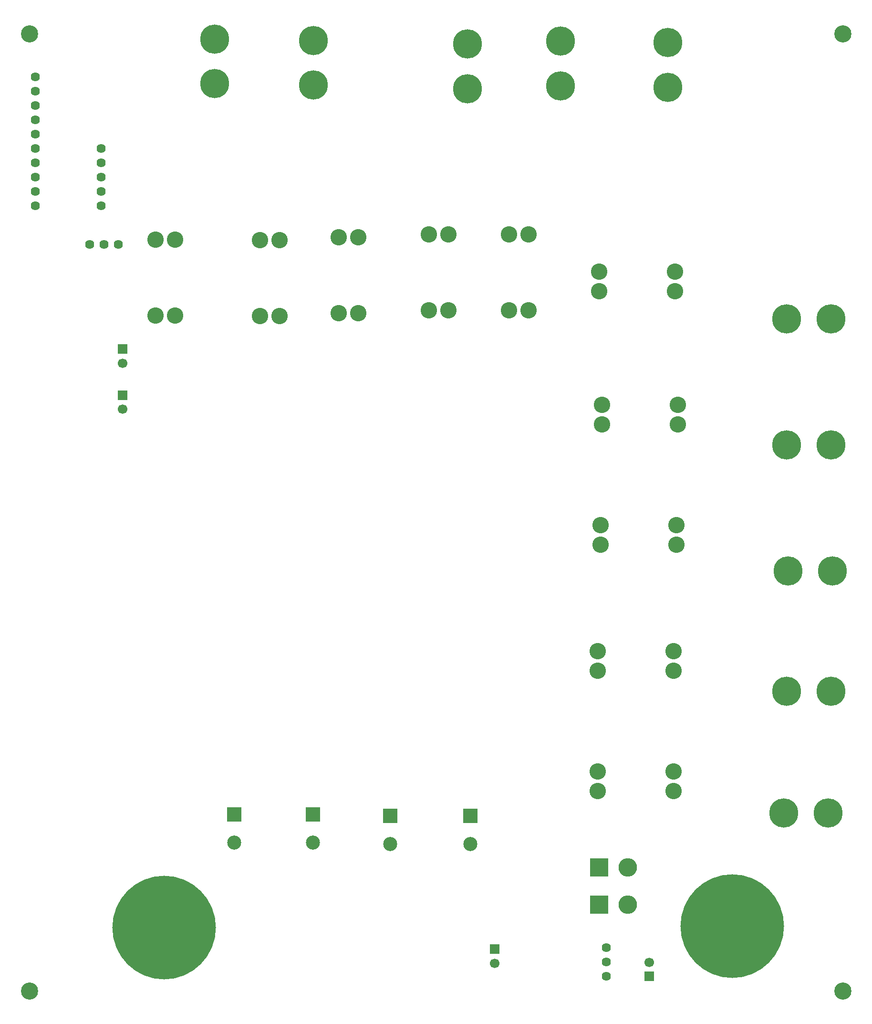
<source format=gbr>
%TF.GenerationSoftware,KiCad,Pcbnew,(5.1.6)-1*%
%TF.CreationDate,2020-12-14T15:31:43-06:00*%
%TF.ProjectId,PackVoltage_2021_Rev1,5061636b-566f-46c7-9461-67655f323032,rev?*%
%TF.SameCoordinates,Original*%
%TF.FileFunction,Soldermask,Bot*%
%TF.FilePolarity,Negative*%
%FSLAX46Y46*%
G04 Gerber Fmt 4.6, Leading zero omitted, Abs format (unit mm)*
G04 Created by KiCad (PCBNEW (5.1.6)-1) date 2020-12-14 15:31:43*
%MOMM*%
%LPD*%
G01*
G04 APERTURE LIST*
%ADD10C,3.046400*%
%ADD11C,1.624000*%
%ADD12O,3.300000X3.300000*%
%ADD13R,3.300000X3.300000*%
%ADD14C,2.500000*%
%ADD15R,2.500000X2.500000*%
%ADD16C,1.700000*%
%ADD17R,1.700000X1.700000*%
%ADD18C,5.180000*%
%ADD19C,2.919400*%
%ADD20C,18.388000*%
G04 APERTURE END LIST*
D10*
%TO.C,REF\u002A\u002A*%
X80208120Y-173791880D03*
%TD*%
%TO.C,REF\u002A\u002A*%
X224591880Y-173791880D03*
%TD*%
%TO.C,REF\u002A\u002A*%
X224591880Y-4008120D03*
%TD*%
%TO.C,REF\u002A\u002A*%
X80208120Y-4008120D03*
%TD*%
D11*
%TO.C,Conn6*%
X92964000Y-24384000D03*
X92964000Y-26924000D03*
X92964000Y-29464000D03*
X92964000Y-32004000D03*
X92964000Y-34544000D03*
%TD*%
%TO.C,Conn5*%
X81280000Y-11684000D03*
X81280000Y-14224000D03*
X81280000Y-16764000D03*
X81280000Y-19304000D03*
X81280000Y-21844000D03*
X81280000Y-24384000D03*
X81280000Y-26924000D03*
X81280000Y-29464000D03*
X81280000Y-32004000D03*
X81280000Y-34544000D03*
%TD*%
D12*
%TO.C,D2*%
X186436000Y-151892000D03*
D13*
X181356000Y-151892000D03*
%TD*%
D12*
%TO.C,D1*%
X186436000Y-158496000D03*
D13*
X181356000Y-158496000D03*
%TD*%
D14*
%TO.C,C1*%
X130556000Y-147494000D03*
D15*
X130556000Y-142494000D03*
%TD*%
%TO.C,C2*%
X158496000Y-142748000D03*
D14*
X158496000Y-147748000D03*
%TD*%
%TO.C,C3*%
X116586000Y-147494000D03*
D15*
X116586000Y-142494000D03*
%TD*%
%TO.C,C4*%
X144272000Y-142748000D03*
D14*
X144272000Y-147748000D03*
%TD*%
D16*
%TO.C,C16*%
X162814000Y-168870000D03*
D17*
X162814000Y-166370000D03*
%TD*%
%TO.C,C17*%
X96774000Y-68126242D03*
D16*
X96774000Y-70626242D03*
%TD*%
D17*
%TO.C,C31*%
X96774000Y-59944000D03*
D16*
X96774000Y-62444000D03*
%TD*%
%TO.C,C32*%
X190246000Y-168696000D03*
D17*
X190246000Y-171196000D03*
%TD*%
D18*
%TO.C,Conn1*%
X113131000Y-4966000D03*
X113131000Y-12866000D03*
%TD*%
%TO.C,Conn2*%
X221983000Y-142214000D03*
X214083000Y-142214000D03*
%TD*%
%TO.C,Conn3*%
X130657000Y-13120000D03*
X130657000Y-5220000D03*
%TD*%
%TO.C,Conn4*%
X214591000Y-120624000D03*
X222491000Y-120624000D03*
%TD*%
%TO.C,Conn7*%
X157988000Y-5842000D03*
X157988000Y-13742000D03*
%TD*%
%TO.C,Conn8*%
X222491000Y-76936000D03*
X214591000Y-76936000D03*
%TD*%
%TO.C,Conn9*%
X174498000Y-13247000D03*
X174498000Y-5347000D03*
%TD*%
%TO.C,Conn10*%
X193522000Y-13501000D03*
X193522000Y-5601000D03*
%TD*%
%TO.C,Conn11*%
X214845000Y-99288000D03*
X222745000Y-99288000D03*
%TD*%
%TO.C,Conn12*%
X222491000Y-54584000D03*
X214591000Y-54584000D03*
%TD*%
D19*
%TO.C,F1*%
X124587000Y-54102000D03*
X121158000Y-54102000D03*
X121158000Y-40640000D03*
X124587000Y-40640000D03*
%TD*%
%TO.C,F2*%
X138557000Y-40132000D03*
X135128000Y-40132000D03*
X135128000Y-53594000D03*
X138557000Y-53594000D03*
%TD*%
%TO.C,F3*%
X106045000Y-40513000D03*
X102616000Y-40513000D03*
X102616000Y-53975000D03*
X106045000Y-53975000D03*
%TD*%
%TO.C,F4*%
X154559000Y-53086000D03*
X151130000Y-53086000D03*
X151130000Y-39624000D03*
X154559000Y-39624000D03*
%TD*%
%TO.C,F5*%
X181356000Y-49657000D03*
X181356000Y-46228000D03*
X194818000Y-46228000D03*
X194818000Y-49657000D03*
%TD*%
%TO.C,F6*%
X194564000Y-116967000D03*
X194564000Y-113538000D03*
X181102000Y-113538000D03*
X181102000Y-116967000D03*
%TD*%
%TO.C,F7*%
X195326000Y-73279000D03*
X195326000Y-69850000D03*
X181864000Y-69850000D03*
X181864000Y-73279000D03*
%TD*%
%TO.C,F8*%
X194564000Y-138303000D03*
X194564000Y-134874000D03*
X181102000Y-134874000D03*
X181102000Y-138303000D03*
%TD*%
%TO.C,F9*%
X168783000Y-53086000D03*
X165354000Y-53086000D03*
X165354000Y-39624000D03*
X168783000Y-39624000D03*
%TD*%
%TO.C,F10*%
X181610000Y-94615000D03*
X181610000Y-91186000D03*
X195072000Y-91186000D03*
X195072000Y-94615000D03*
%TD*%
D20*
%TO.C,GND1*%
X204978000Y-162306000D03*
%TD*%
D11*
%TO.C,U12*%
X96012000Y-41402000D03*
X93472000Y-41402000D03*
X90932000Y-41402000D03*
%TD*%
%TO.C,U13*%
X182626000Y-166116000D03*
X182626000Y-168656000D03*
X182626000Y-171196000D03*
%TD*%
D20*
%TO.C,V1*%
X104140000Y-162560000D03*
%TD*%
M02*

</source>
